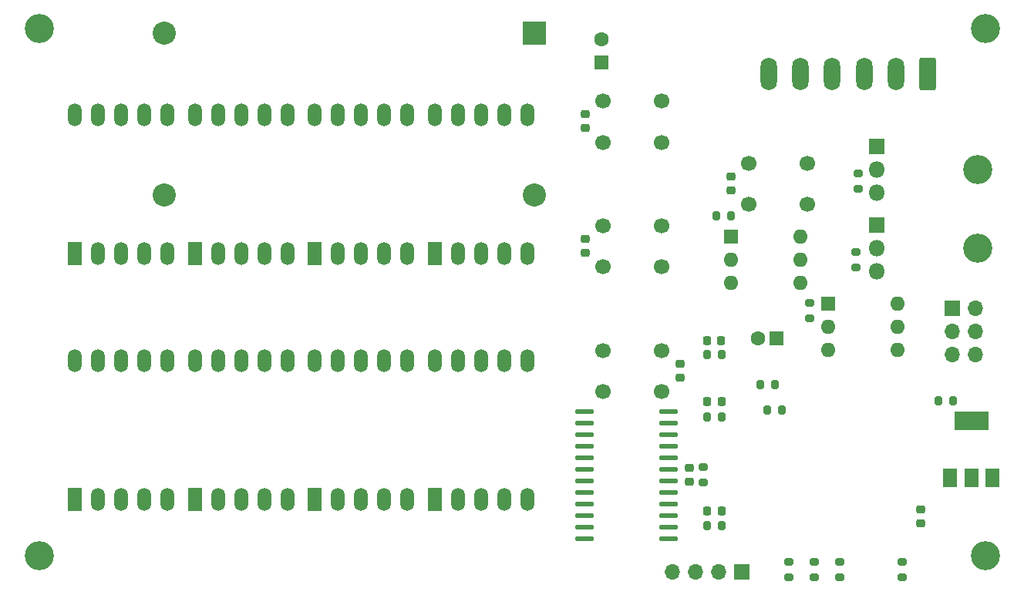
<source format=gts>
%TF.GenerationSoftware,KiCad,Pcbnew,(6.0.0)*%
%TF.CreationDate,2022-03-13T19:16:45-04:00*%
%TF.ProjectId,esp23 i3 heat thermostat,65737032-3320-4693-9320-686561742074,rev?*%
%TF.SameCoordinates,Original*%
%TF.FileFunction,Soldermask,Top*%
%TF.FilePolarity,Negative*%
%FSLAX46Y46*%
G04 Gerber Fmt 4.6, Leading zero omitted, Abs format (unit mm)*
G04 Created by KiCad (PCBNEW (6.0.0)) date 2022-03-13 19:16:45*
%MOMM*%
%LPD*%
G01*
G04 APERTURE LIST*
G04 Aperture macros list*
%AMRoundRect*
0 Rectangle with rounded corners*
0 $1 Rounding radius*
0 $2 $3 $4 $5 $6 $7 $8 $9 X,Y pos of 4 corners*
0 Add a 4 corners polygon primitive as box body*
4,1,4,$2,$3,$4,$5,$6,$7,$8,$9,$2,$3,0*
0 Add four circle primitives for the rounded corners*
1,1,$1+$1,$2,$3*
1,1,$1+$1,$4,$5*
1,1,$1+$1,$6,$7*
1,1,$1+$1,$8,$9*
0 Add four rect primitives between the rounded corners*
20,1,$1+$1,$2,$3,$4,$5,0*
20,1,$1+$1,$4,$5,$6,$7,0*
20,1,$1+$1,$6,$7,$8,$9,0*
20,1,$1+$1,$8,$9,$2,$3,0*%
G04 Aperture macros list end*
%ADD10R,1.700000X1.700000*%
%ADD11O,1.700000X1.700000*%
%ADD12R,1.524000X2.524000*%
%ADD13O,1.524000X2.524000*%
%ADD14RoundRect,0.200000X0.275000X-0.200000X0.275000X0.200000X-0.275000X0.200000X-0.275000X-0.200000X0*%
%ADD15RoundRect,0.250000X0.650000X1.550000X-0.650000X1.550000X-0.650000X-1.550000X0.650000X-1.550000X0*%
%ADD16O,1.800000X3.600000*%
%ADD17RoundRect,0.225000X-0.250000X0.225000X-0.250000X-0.225000X0.250000X-0.225000X0.250000X0.225000X0*%
%ADD18C,3.200000*%
%ADD19RoundRect,0.200000X0.200000X0.275000X-0.200000X0.275000X-0.200000X-0.275000X0.200000X-0.275000X0*%
%ADD20C,1.700000*%
%ADD21R,1.600000X1.600000*%
%ADD22O,1.600000X1.600000*%
%ADD23O,3.200000X3.200000*%
%ADD24R,1.800000X1.800000*%
%ADD25O,1.800000X1.800000*%
%ADD26RoundRect,0.200000X-0.200000X-0.275000X0.200000X-0.275000X0.200000X0.275000X-0.200000X0.275000X0*%
%ADD27RoundRect,0.200000X-0.275000X0.200000X-0.275000X-0.200000X0.275000X-0.200000X0.275000X0.200000X0*%
%ADD28RoundRect,0.225000X0.250000X-0.225000X0.250000X0.225000X-0.250000X0.225000X-0.250000X-0.225000X0*%
%ADD29RoundRect,0.218750X0.218750X0.256250X-0.218750X0.256250X-0.218750X-0.256250X0.218750X-0.256250X0*%
%ADD30R,1.500000X2.000000*%
%ADD31R,3.800000X2.000000*%
%ADD32RoundRect,0.218750X-0.218750X-0.256250X0.218750X-0.256250X0.218750X0.256250X-0.218750X0.256250X0*%
%ADD33RoundRect,0.137500X-0.862500X-0.137500X0.862500X-0.137500X0.862500X0.137500X-0.862500X0.137500X0*%
%ADD34C,1.600000*%
%ADD35R,2.540000X2.540000*%
%ADD36C,2.540000*%
G04 APERTURE END LIST*
D10*
%TO.C,J2*%
X130800000Y-111252000D03*
D11*
X128260000Y-111252000D03*
X125720000Y-111252000D03*
X123180000Y-111252000D03*
%TD*%
D12*
%TO.C,LED7*%
X97100000Y-76240000D03*
D13*
X99640000Y-76240000D03*
X102180000Y-76240000D03*
X104720000Y-76240000D03*
X107260000Y-76240000D03*
X107260000Y-61000000D03*
X104720000Y-61000000D03*
X102180000Y-61000000D03*
X99640000Y-61000000D03*
X97100000Y-61000000D03*
%TD*%
D14*
%TO.C,R15*%
X135890000Y-111823000D03*
X135890000Y-110173000D03*
%TD*%
D15*
%TO.C,J1*%
X151189000Y-56526500D03*
D16*
X147689000Y-56526500D03*
X144189000Y-56526500D03*
X140689000Y-56526500D03*
X137189000Y-56526500D03*
X133689000Y-56526500D03*
%TD*%
D17*
%TO.C,C9*%
X113538000Y-74663000D03*
X113538000Y-76213000D03*
%TD*%
D18*
%TO.C,REF\u002A\u002A*%
X53594000Y-51562000D03*
%TD*%
D17*
%TO.C,C8*%
X129540000Y-67805000D03*
X129540000Y-69355000D03*
%TD*%
D19*
%TO.C,R18*%
X153987000Y-92456000D03*
X152337000Y-92456000D03*
%TD*%
D20*
%TO.C,SW4*%
X115500000Y-59550000D03*
X122000000Y-59550000D03*
X115500000Y-64050000D03*
X122000000Y-64050000D03*
%TD*%
D21*
%TO.C,U2*%
X129550000Y-74437000D03*
D22*
X129550000Y-76977000D03*
X129550000Y-79517000D03*
X137170000Y-79517000D03*
X137170000Y-76977000D03*
X137170000Y-74437000D03*
%TD*%
D23*
%TO.C,Q2*%
X156704000Y-75692000D03*
D24*
X145604000Y-73152000D03*
D25*
X145604000Y-75692000D03*
X145604000Y-78232000D03*
%TD*%
D23*
%TO.C,Q1*%
X156704000Y-67056000D03*
D24*
X145604000Y-64516000D03*
D25*
X145604000Y-67056000D03*
X145604000Y-69596000D03*
%TD*%
D12*
%TO.C,LED6*%
X83900000Y-103240000D03*
D13*
X86440000Y-103240000D03*
X88980000Y-103240000D03*
X91520000Y-103240000D03*
X94060000Y-103240000D03*
X94060000Y-88000000D03*
X91520000Y-88000000D03*
X88980000Y-88000000D03*
X86440000Y-88000000D03*
X83900000Y-88000000D03*
%TD*%
D26*
%TO.C,R20*%
X126937000Y-87376000D03*
X128587000Y-87376000D03*
%TD*%
D27*
%TO.C,R1*%
X126492000Y-99759000D03*
X126492000Y-101409000D03*
%TD*%
D14*
%TO.C,R5*%
X138176000Y-83375000D03*
X138176000Y-81725000D03*
%TD*%
%TO.C,R16*%
X138684000Y-111823000D03*
X138684000Y-110173000D03*
%TD*%
%TO.C,R17*%
X141478000Y-111823000D03*
X141478000Y-110173000D03*
%TD*%
D21*
%TO.C,U3*%
X140218000Y-81803000D03*
D22*
X140218000Y-84343000D03*
X140218000Y-86883000D03*
X147838000Y-86883000D03*
X147838000Y-84343000D03*
X147838000Y-81803000D03*
%TD*%
D19*
%TO.C,R4*%
X129603000Y-72136000D03*
X127953000Y-72136000D03*
%TD*%
D14*
%TO.C,R9*%
X148336000Y-111823000D03*
X148336000Y-110173000D03*
%TD*%
D12*
%TO.C,LED8*%
X97100000Y-103240000D03*
D13*
X99640000Y-103240000D03*
X102180000Y-103240000D03*
X104720000Y-103240000D03*
X107260000Y-103240000D03*
X107260000Y-88000000D03*
X104720000Y-88000000D03*
X102180000Y-88000000D03*
X99640000Y-88000000D03*
X97100000Y-88000000D03*
%TD*%
D26*
%TO.C,R14*%
X132779000Y-90678000D03*
X134429000Y-90678000D03*
%TD*%
D28*
%TO.C,C3*%
X150368000Y-105931000D03*
X150368000Y-104381000D03*
%TD*%
D29*
%TO.C,D8*%
X128537500Y-104550000D03*
X126962500Y-104550000D03*
%TD*%
D17*
%TO.C,C1*%
X124968000Y-99809000D03*
X124968000Y-101359000D03*
%TD*%
D12*
%TO.C,LED1*%
X57500000Y-76240000D03*
D13*
X60040000Y-76240000D03*
X62580000Y-76240000D03*
X65120000Y-76240000D03*
X67660000Y-76240000D03*
X67660000Y-61000000D03*
X65120000Y-61000000D03*
X62580000Y-61000000D03*
X60040000Y-61000000D03*
X57500000Y-61000000D03*
%TD*%
D12*
%TO.C,LED3*%
X70700000Y-76240000D03*
D13*
X73240000Y-76240000D03*
X75780000Y-76240000D03*
X78320000Y-76240000D03*
X80860000Y-76240000D03*
X80860000Y-61000000D03*
X78320000Y-61000000D03*
X75780000Y-61000000D03*
X73240000Y-61000000D03*
X70700000Y-61000000D03*
%TD*%
D20*
%TO.C,SW2*%
X131500000Y-66380000D03*
X138000000Y-66380000D03*
X131500000Y-70880000D03*
X138000000Y-70880000D03*
%TD*%
D12*
%TO.C,LED5*%
X83900000Y-76240000D03*
D13*
X86440000Y-76240000D03*
X88980000Y-76240000D03*
X91520000Y-76240000D03*
X94060000Y-76240000D03*
X94060000Y-61000000D03*
X91520000Y-61000000D03*
X88980000Y-61000000D03*
X86440000Y-61000000D03*
X83900000Y-61000000D03*
%TD*%
D18*
%TO.C,REF\u002A\u002A*%
X157480000Y-109474000D03*
%TD*%
D30*
%TO.C,U5*%
X153656000Y-100940000D03*
X155956000Y-100940000D03*
D31*
X155956000Y-94640000D03*
D30*
X158256000Y-100940000D03*
%TD*%
D19*
%TO.C,R19*%
X128587000Y-106172000D03*
X126937000Y-106172000D03*
%TD*%
D17*
%TO.C,C11*%
X123952000Y-88379000D03*
X123952000Y-89929000D03*
%TD*%
D12*
%TO.C,LED2*%
X57500000Y-103240000D03*
D13*
X60040000Y-103240000D03*
X62580000Y-103240000D03*
X65120000Y-103240000D03*
X67660000Y-103240000D03*
X67660000Y-88000000D03*
X65120000Y-88000000D03*
X62580000Y-88000000D03*
X60040000Y-88000000D03*
X57500000Y-88000000D03*
%TD*%
D32*
%TO.C,D10*%
X126962500Y-92550000D03*
X128537500Y-92550000D03*
%TD*%
D26*
%TO.C,R21*%
X126937000Y-94234000D03*
X128587000Y-94234000D03*
%TD*%
D12*
%TO.C,LED4*%
X70700000Y-103240000D03*
D13*
X73240000Y-103240000D03*
X75780000Y-103240000D03*
X78320000Y-103240000D03*
X80860000Y-103240000D03*
X80860000Y-88000000D03*
X78320000Y-88000000D03*
X75780000Y-88000000D03*
X73240000Y-88000000D03*
X70700000Y-88000000D03*
%TD*%
D18*
%TO.C,REF\u002A\u002A*%
X157480000Y-51562000D03*
%TD*%
D33*
%TO.C,U1*%
X113460000Y-93599000D03*
X113460000Y-94869000D03*
X113460000Y-96139000D03*
X113460000Y-97409000D03*
X113460000Y-98679000D03*
X113460000Y-99949000D03*
X113460000Y-101219000D03*
X113460000Y-102489000D03*
X113460000Y-103759000D03*
X113460000Y-105029000D03*
X113460000Y-106299000D03*
X113460000Y-107569000D03*
X122760000Y-107569000D03*
X122760000Y-106299000D03*
X122760000Y-105029000D03*
X122760000Y-103759000D03*
X122760000Y-102489000D03*
X122760000Y-101219000D03*
X122760000Y-99949000D03*
X122760000Y-98679000D03*
X122760000Y-97409000D03*
X122760000Y-96139000D03*
X122760000Y-94869000D03*
X122760000Y-93599000D03*
%TD*%
D20*
%TO.C,SW3*%
X115500000Y-73200000D03*
X122000000Y-73200000D03*
X115500000Y-77700000D03*
X122000000Y-77700000D03*
%TD*%
D18*
%TO.C,REF\u002A\u002A*%
X53594000Y-109474000D03*
%TD*%
D34*
%TO.C,C5*%
X115316000Y-52763395D03*
D21*
X115316000Y-55263395D03*
%TD*%
D14*
%TO.C,R6*%
X143510000Y-67501000D03*
X143510000Y-69151000D03*
%TD*%
D17*
%TO.C,C10*%
X113538000Y-60947000D03*
X113538000Y-62497000D03*
%TD*%
D19*
%TO.C,R8*%
X135191000Y-93472000D03*
X133541000Y-93472000D03*
%TD*%
D20*
%TO.C,SW5*%
X115500000Y-86945000D03*
X122000000Y-86945000D03*
X115500000Y-91445000D03*
X122000000Y-91445000D03*
%TD*%
D10*
%TO.C,J4*%
X153862000Y-82311000D03*
D11*
X156402000Y-82311000D03*
X153862000Y-84851000D03*
X156402000Y-84851000D03*
X153862000Y-87391000D03*
X156402000Y-87391000D03*
%TD*%
D21*
%TO.C,C6*%
X134559113Y-85598000D03*
D34*
X132559113Y-85598000D03*
%TD*%
D14*
%TO.C,R7*%
X143256000Y-77787000D03*
X143256000Y-76137000D03*
%TD*%
D32*
%TO.C,D9*%
X126945000Y-85840000D03*
X128520000Y-85840000D03*
%TD*%
D35*
%TO.C,U6*%
X107950000Y-52070000D03*
D36*
X107950000Y-69850000D03*
X67310000Y-69850000D03*
X67310000Y-52070000D03*
%TD*%
M02*

</source>
